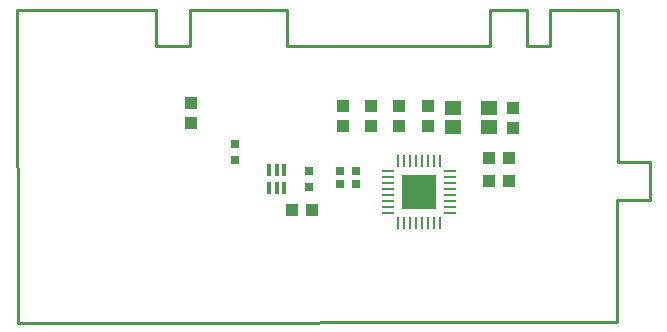
<source format=gtp>
G75*
G70*
%OFA0B0*%
%FSLAX24Y24*%
%IPPOS*%
%LPD*%
%AMOC8*
5,1,8,0,0,1.08239X$1,22.5*
%
%ADD10C,0.0100*%
%ADD11R,0.0394X0.0098*%
%ADD12R,0.0098X0.0394*%
%ADD13R,0.1181X0.1181*%
%ADD14R,0.0394X0.0433*%
%ADD15R,0.0433X0.0394*%
%ADD16R,0.0295X0.0276*%
%ADD17R,0.0276X0.0295*%
%ADD18R,0.0118X0.0394*%
%ADD19R,0.0551X0.0453*%
D10*
X000160Y000159D02*
X000155Y010589D01*
X004780Y010589D01*
X004780Y009389D01*
X005905Y009389D01*
X005905Y010589D01*
X009155Y010585D01*
X009155Y009389D01*
X015905Y009389D01*
X015905Y010589D01*
X017155Y010589D01*
X017155Y009389D01*
X017905Y009389D01*
X017905Y010589D01*
X020166Y010589D01*
X020166Y005517D01*
X021229Y005517D01*
X021229Y004257D01*
X020156Y004257D01*
X020156Y000164D01*
X000160Y000159D01*
D11*
X012514Y003823D03*
X012514Y004020D03*
X012514Y004217D03*
X012514Y004414D03*
X012514Y004611D03*
X012514Y004807D03*
X012514Y005004D03*
X012514Y005201D03*
X014561Y005201D03*
X014561Y005004D03*
X014561Y004807D03*
X014561Y004611D03*
X014561Y004414D03*
X014561Y004217D03*
X014561Y004020D03*
X014561Y003823D03*
D12*
X014226Y003489D03*
X014029Y003489D03*
X013832Y003489D03*
X013636Y003489D03*
X013439Y003489D03*
X013242Y003489D03*
X013045Y003489D03*
X012848Y003489D03*
X012848Y005536D03*
X013045Y005536D03*
X013242Y005536D03*
X013439Y005536D03*
X013636Y005536D03*
X013832Y005536D03*
X014029Y005536D03*
X014226Y005536D03*
D13*
X013537Y004512D03*
D14*
X013832Y006698D03*
X013832Y007367D03*
X012883Y007371D03*
X012883Y006702D03*
X011950Y006714D03*
X011950Y007383D03*
X010993Y007387D03*
X010993Y006718D03*
X005941Y006811D03*
X005941Y007481D03*
X016661Y007321D03*
X016661Y006652D03*
D15*
X016551Y005661D03*
X015882Y005661D03*
X015873Y004895D03*
X016542Y004895D03*
X009992Y003920D03*
X009323Y003920D03*
D16*
X010916Y004780D03*
X010915Y005202D03*
X011446Y005202D03*
X011448Y004780D03*
D17*
X009868Y004668D03*
X009868Y005199D03*
X007406Y005590D03*
X007406Y006121D03*
D18*
X008545Y005229D03*
X008801Y005229D03*
X009057Y005229D03*
X009057Y004658D03*
X008801Y004658D03*
X008545Y004658D03*
D19*
X014690Y006694D03*
X014690Y007324D03*
X015871Y007324D03*
X015871Y006694D03*
M02*

</source>
